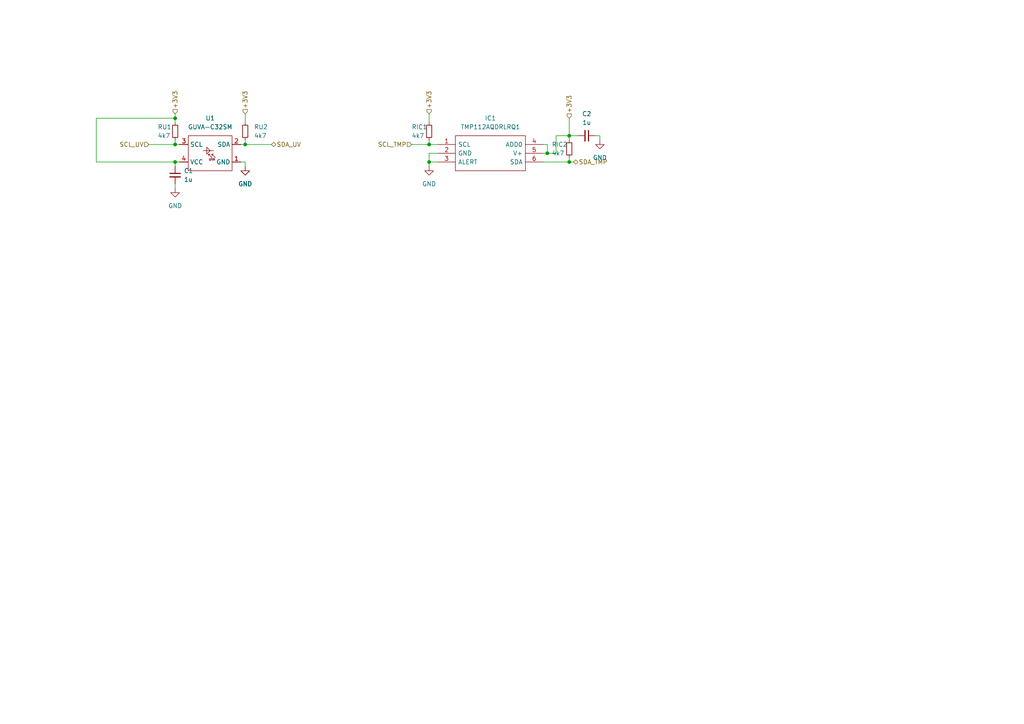
<source format=kicad_sch>
(kicad_sch (version 20211123) (generator eeschema)
  (paper "A4")
  (lib_symbols
    (symbol "Device:C_Small" (pin_numbers hide) (pin_names (offset 0.254) hide)
      (property "Reference" "C" (at 0.254 1.778 0))
      (property "Value" "C_Small" (at 0.254 -2.032 0))
      (symbol "C_Small_0_1"
        (polyline (pts (xy -1.524 -0.508) (xy 1.524 -0.508)) (stroke (width 0.3302)))
        (polyline (pts (xy -1.524 0.508) (xy 1.524 0.508)) (stroke (width 0.3048)))
      )
      (symbol "C_Small_1_1"
        (pin passive line (at 0 2.54 270) (length 2.032) (name "~") (number "1"))
        (pin passive line (at 0 -2.54 90) (length 2.032) (name "~") (number "2"))
      )
    )
    (symbol "Device:R_Small" (pin_numbers hide) (pin_names (offset 0.254) hide)
      (property "Reference" "R" (at 0.762 0.508 0))
      (property "Value" "R_Small" (at 0.762 -1.016 0))
      (symbol "R_Small_0_1"
        (rectangle (start -0.762 1.778) (end 0.762 -1.778) (stroke (width 0.2032)))
      )
      (symbol "R_Small_1_1"
        (pin passive line (at 0 2.54 270) (length 0.762) (name "~") (number "1"))
        (pin passive line (at 0 -2.54 90) (length 0.762) (name "~") (number "2"))
      )
    )
    (symbol "SamacSys:TMP112AQDRLRQ1" (pin_names (offset 0.762))
      (property "Reference" "IC" (at 26.67 7.62 0))
      (property "Value" "TMP112AQDRLRQ1" (at 26.67 5.08 0))
      (symbol "TMP112AQDRLRQ1_0_0"
        (pin passive line (at 0 0 0) (length 5.08) (name "SCL") (number "1"))
        (pin passive line (at 0 -2.54 0) (length 5.08) (name "GND") (number "2"))
        (pin passive line (at 0 -5.08 0) (length 5.08) (name "ALERT") (number "3"))
        (pin passive line (at 30.48 0 180) (length 5.08) (name "ADD0") (number "4"))
        (pin passive line (at 30.48 -2.54 180) (length 5.08) (name "V+") (number "5"))
        (pin passive line (at 30.48 -5.08 180) (length 5.08) (name "SDA") (number "6"))
      )
      (symbol "TMP112AQDRLRQ1_0_1"
        (polyline (pts (xy 5.08 2.54) (xy 25.4 2.54) (xy 25.4 -7.62) (xy 5.08 -7.62) (xy 5.08 2.54)) (stroke (width 0.1524)))
      )
    )
    (symbol "USER_Optic:GUVA-C32SM"
      (property "Reference" "U" (at 0 8.89 0))
      (property "Value" "GUVA-C32SM" (at 0 6.35 0))
      (symbol "GUVA-C32SM_0_0"
        (polyline (pts (xy -0.508 0.254) (xy -1.524 1.27)))
        (polyline (pts (xy 0.508 0.254) (xy -0.508 1.27)))
        (polyline (pts (xy -0.508 0.762) (xy -0.508 0.254) (xy -1.016 0.254)))
        (polyline (pts (xy 0 0.254) (xy 0.508 0.254) (xy 0.508 0.762)))
        (text "UVA" (at -0.508 1.778 0) (effects (font (size 0.635 0.635))))
      )
      (symbol "GUVA-C32SM_0_1"
        (rectangle (start -6.35 5.08) (end 6.35 -5.08))
        (polyline (pts (xy -1.016 -0.762) (xy 2.032 -0.762)))
        (polyline (pts (xy 1.016 -1.778) (xy 0 -0.762)))
        (polyline (pts (xy 0 -0.762) (xy 1.016 0.254) (xy 1.016 -1.778)))
      )
      (symbol "GUVA-C32SM_1_1"
        (pin power_in line (at -8.89 2.54 0) (length 2.54) (name "GND") (number "1"))
        (pin bidirectional line (at -8.89 -2.54 0) (length 2.54) (name "SDA") (number "2"))
        (pin input line (at 8.89 -2.54 180) (length 2.54) (name "SCL") (number "3"))
        (pin power_in line (at 8.89 2.54 180) (length 2.54) (name "VCC") (number "4"))
      )
    )
    (symbol "power:GND" (power) (pin_names (offset 0))
      (property "Value" "GND" (at 0 -3.81 0))
      (symbol "GND_0_1"
        (polyline (pts (xy 0 0) (xy 0 -1.27) (xy 1.27 -1.27) (xy 0 -2.54) (xy -1.27 -1.27) (xy 0 -1.27)))
      )
      (symbol "GND_1_1"
        (pin power_in line (at 0 0 270) (length 0) hide (name "GND") (number "1"))
      )
    )
  )
  (junction (at 158.75 44.45))
  (junction (at 165.1 39.37))
  (junction (at 124.46 46.99))
  (junction (at 50.8 34.29))
  (junction (at 71.12 41.91))
  (junction (at 124.46 41.91))
  (junction (at 165.1 46.99))
  (junction (at 50.8 41.91))
  (junction (at 50.8 46.99))
  (wire (pts (xy 50.8 53.34) (xy 50.8 54.61)))
  (wire (pts (xy 71.12 33.02) (xy 71.12 35.56)))
  (wire (pts (xy 50.8 46.99) (xy 52.07 46.99)))
  (wire (pts (xy 157.48 44.45) (xy 158.75 44.45)))
  (wire (pts (xy 27.94 46.99) (xy 50.8 46.99)))
  (wire (pts (xy 165.1 45.72) (xy 165.1 46.99)))
  (wire (pts (xy 50.8 34.29) (xy 50.8 35.56)))
  (wire (pts (xy 124.46 46.99) (xy 124.46 48.26)))
  (wire (pts (xy 71.12 40.64) (xy 71.12 41.91)))
  (wire (pts (xy 124.46 41.91) (xy 127 41.91)))
  (wire (pts (xy 27.94 46.99) (xy 27.94 34.29)))
  (wire (pts (xy 71.12 41.91) (xy 78.74 41.91)))
  (wire (pts (xy 157.48 41.91) (xy 158.75 41.91)))
  (wire (pts (xy 165.1 39.37) (xy 167.64 39.37)))
  (wire (pts (xy 27.94 34.29) (xy 50.8 34.29)))
  (wire (pts (xy 119.38 41.91) (xy 124.46 41.91)))
  (wire (pts (xy 166.37 46.99) (xy 165.1 46.99)))
  (wire (pts (xy 50.8 33.02) (xy 50.8 34.29)))
  (wire (pts (xy 124.46 40.64) (xy 124.46 41.91)))
  (wire (pts (xy 69.85 46.99) (xy 71.12 46.99)))
  (wire (pts (xy 124.46 33.02) (xy 124.46 35.56)))
  (wire (pts (xy 161.29 44.45) (xy 161.29 39.37)))
  (wire (pts (xy 165.1 46.99) (xy 157.48 46.99)))
  (wire (pts (xy 124.46 46.99) (xy 127 46.99)))
  (wire (pts (xy 50.8 41.91) (xy 52.07 41.91)))
  (wire (pts (xy 172.72 39.37) (xy 173.99 39.37)))
  (wire (pts (xy 158.75 41.91) (xy 158.75 44.45)))
  (wire (pts (xy 50.8 46.99) (xy 50.8 48.26)))
  (wire (pts (xy 161.29 39.37) (xy 165.1 39.37)))
  (wire (pts (xy 127 44.45) (xy 124.46 44.45)))
  (wire (pts (xy 43.18 41.91) (xy 50.8 41.91)))
  (wire (pts (xy 173.99 39.37) (xy 173.99 40.64)))
  (wire (pts (xy 158.75 44.45) (xy 161.29 44.45)))
  (wire (pts (xy 50.8 40.64) (xy 50.8 41.91)))
  (wire (pts (xy 71.12 46.99) (xy 71.12 48.26)))
  (wire (pts (xy 69.85 41.91) (xy 71.12 41.91)))
  (wire (pts (xy 165.1 34.29) (xy 165.1 39.37)))
  (wire (pts (xy 165.1 39.37) (xy 165.1 40.64)))
  (wire (pts (xy 124.46 44.45) (xy 124.46 46.99)))
  (hierarchical_label "SDA_TMP" (shape bidirectional) (at 166.37 46.99 0))
  (hierarchical_label "SDA_UV" (shape bidirectional) (at 78.74 41.91 0))
  (hierarchical_label "+3V3" (shape input) (at 165.1 34.29 90))
  (hierarchical_label "+3V3" (shape input) (at 50.8 33.02 90))
  (hierarchical_label "SCL_TMP" (shape input) (at 119.38 41.91 180))
  (hierarchical_label "+3V3" (shape input) (at 124.46 33.02 90))
  (hierarchical_label "+3V3" (shape input) (at 71.12 33.02 90))
  (hierarchical_label "SCL_UV" (shape input) (at 43.18 41.91 180))
  (symbol (lib_id "power:GND") (at 71.12 48.26 0) (unit 1)
    (property "Reference" "#PWR03" (effects hide))
    (property "Value" "GND" (at 71.12 53.34 0))
  )
  (symbol (lib_id "power:GND") (at 124.46 48.26 0) (unit 1)
    (property "Reference" "#PWR0101" (effects hide))
    (property "Value" "GND" (at 124.46 53.34 0))
  )
  (symbol (lib_id "Device:C_Small") (at 170.18 39.37 270) (unit 1)
    (property "Reference" "C2" (at 170.1736 33.02 90))
    (property "Value" "1u" (at 170.1736 35.56 90))
    (property "Footprint" "Capacitor_SMD:C_0603_1608Metric" (effects hide))
  )
  (symbol (lib_id "Device:R_Small") (at 124.46 38.1 0) (unit 1)
    (property "Reference" "RIC1" (at 119.38 36.83 0) (effects (justify left)))
    (property "Value" "4k7" (at 119.38 39.37 0) (effects (justify left)))
    (property "Footprint" "Resistor_SMD:R_0603_1608Metric" (effects hide))
  )
  (symbol (lib_id "power:GND") (at 173.99 40.64 0) (unit 1)
    (property "Reference" "#PWR0102" (effects hide))
    (property "Value" "GND" (at 173.99 45.72 0))
  )
  (symbol (lib_id "power:GND") (at 71.12 48.26 0) (unit 1)
    (property "Reference" "#PWR04" (effects hide))
    (property "Value" "GND" (at 71.12 53.34 0))
  )
  (symbol (lib_id "Device:C_Small") (at 50.8 50.8 0) (unit 1)
    (property "Reference" "C1" (at 53.34 49.5362 0) (effects (justify left)))
    (property "Value" "1u" (at 53.34 52.0762 0) (effects (justify left)))
    (property "Footprint" "Capacitor_SMD:C_0603_1608Metric" (effects hide))
  )
  (symbol (lib_id "Device:R_Small") (at 165.1 43.18 0) (unit 1)
    (property "Reference" "RIC2" (at 160.02 41.91 0) (effects (justify left)))
    (property "Value" "4k7" (at 160.02 44.45 0) (effects (justify left)))
    (property "Footprint" "Resistor_SMD:R_0603_1608Metric" (effects hide))
  )
  (symbol (lib_id "Device:R_Small") (at 50.8 38.1 0) (unit 1)
    (property "Reference" "RU1" (at 45.72 36.83 0) (effects (justify left)))
    (property "Value" "4k7" (at 45.72 39.37 0) (effects (justify left)))
    (property "Footprint" "Resistor_SMD:R_0603_1608Metric" (effects hide))
  )
  (symbol (lib_id "USER_Optic:GUVA-C32SM") (at 60.96 44.45 180) (unit 1)
    (property "Reference" "U1" (at 60.96 34.29 0))
    (property "Value" "GUVA-C32SM" (at 60.96 36.83 0))
    (property "Footprint" "Package_SO:SO-4_4.4x3.6mm_P2.54mm" (effects hide))
  )
  (symbol (lib_id "Device:R_Small") (at 71.12 38.1 0) (unit 1)
    (property "Reference" "RU2" (at 73.66 36.8299 0) (effects (justify left)))
    (property "Value" "4k7" (at 73.66 39.3699 0) (effects (justify left)))
    (property "Footprint" "Resistor_SMD:R_0603_1608Metric" (effects hide))
  )
  (symbol (lib_id "SamacSys:TMP112AQDRLRQ1") (at 127 41.91 0) (unit 1)
    (property "Reference" "IC1" (at 142.24 34.29 0))
    (property "Value" "TMP112AQDRLRQ1" (at 142.24 36.83 0))
    (property "Footprint" "Package_TO_SOT_SMD:SOT-563" (effects hide))
    (property "Datasheet" "http://www.ti.com/lit/gpn/tmp112-q1" (effects hide))
    (property "Description" "Automotive Grade, 1.4V-Capable +/-0.5C Temperature Sensor with Alert Function and I2C/SMBus" (effects hide))
    (property "Height" "0.6" (effects hide))
    (property "Mouser Part Number" "595-TMP112AQDRLRQ1" (effects hide))
    (property "Mouser Price/Stock" "https://www.mouser.co.uk/ProductDetail/Texas-Instruments/TMP112AQDRLRQ1?qs=asCBFxFfL1Q5YmJCm%252BGnCQ%3D%3D" (effects hide))
    (property "Manufacturer_Name" "Texas Instruments" (effects hide))
    (property "Manufacturer_Part_Number" "TMP112AQDRLRQ1" (effects hide))
  )
  (symbol (lib_id "power:GND") (at 50.8 54.61 0) (unit 1)
    (property "Reference" "#PWR02" (effects hide))
    (property "Value" "GND" (at 50.8 59.69 0))
  )
)
</source>
